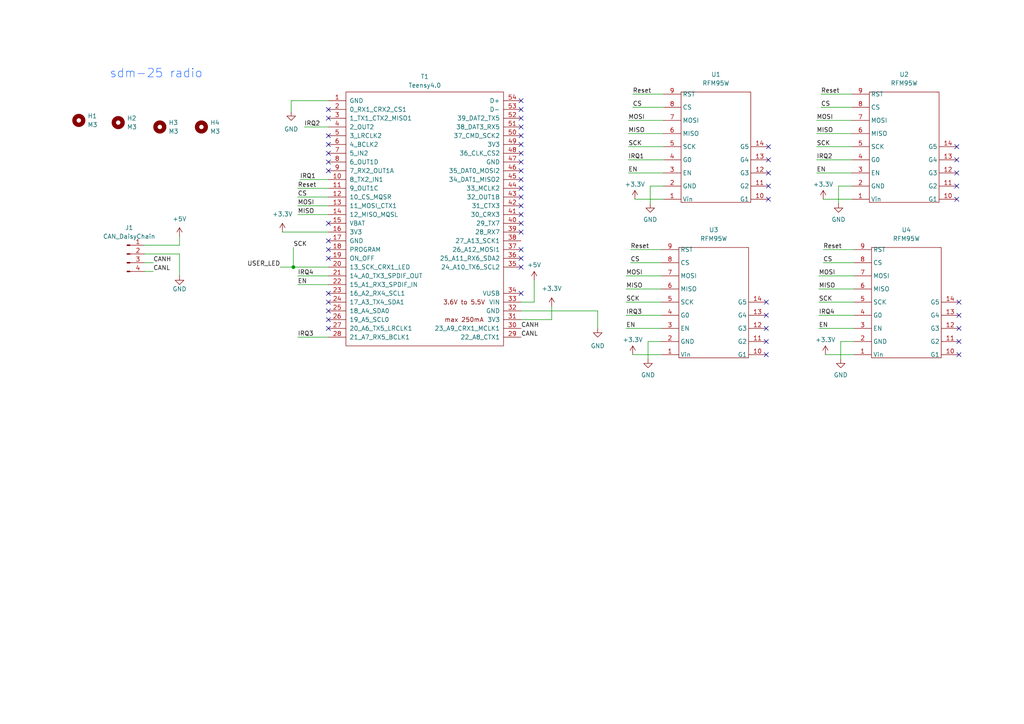
<source format=kicad_sch>
(kicad_sch (version 20250114) (generator "eeschema") (generator_version "9.0")
  (paper "A4")
  (lib_symbols
    (symbol "Connector:Conn_01x04_Pin" (pin_names (offset 1.016) (hide yes))
      (property "Reference" "J" (at 0 5.08 0))
      (property "Value" "Conn_01x04_Pin" (at 0 -7.62 0))
      (symbol "Conn_01x04_Pin_1_1"
        (rectangle (start 0.8636 2.667) (end 0 2.413) (stroke (width 0.1524)) (fill (type outline)))
        (rectangle (start 0.8636 0.127) (end 0 -0.127) (stroke (width 0.1524)) (fill (type outline)))
        (rectangle (start 0.8636 -2.413) (end 0 -2.667) (stroke (width 0.1524)) (fill (type outline)))
        (rectangle (start 0.8636 -4.953) (end 0 -5.207) (stroke (width 0.1524)) (fill (type outline)))
        (polyline (pts (xy 1.27 2.54) (xy 0.8636 2.54)) (stroke (width 0.1524)))
        (polyline (pts (xy 1.27 0) (xy 0.8636 0)) (stroke (width 0.1524)))
        (polyline (pts (xy 1.27 -2.54) (xy 0.8636 -2.54)) (stroke (width 0.1524)))
        (polyline (pts (xy 1.27 -5.08) (xy 0.8636 -5.08)) (stroke (width 0.1524)))
        (pin passive line (at 5.08 2.54 180) (length 3.81) (name "Pin_1") (number "1"))
        (pin passive line (at 5.08 0 180) (length 3.81) (name "Pin_2") (number "2"))
        (pin passive line (at 5.08 -2.54 180) (length 3.81) (name "Pin_3") (number "3"))
        (pin passive line (at 5.08 -5.08 180) (length 3.81) (name "Pin_4") (number "4"))
      )
    )
    (symbol "Mechanical:MountingHole" (pin_names (offset 1.016))
      (property "Reference" "H" (at 0 5.08 0))
      (property "Value" "MountingHole" (at 0 3.175 0))
      (symbol "MountingHole_0_1"
        (circle (center 0 0) (radius 1.27) (stroke (width 1.27)))
      )
    )
    (symbol "RFM69HCW_1"
      (property "Reference" "U" (at 0.1016 17.1704 0))
      (property "Value" "RFM69HCW" (at 0.0508 -18.3896 0))
      (symbol "RFM69HCW_1_0_1"
        (polyline (pts (xy -10.1092 15.8496) (xy -9.7028 15.8496)))
        (polyline (pts (xy -10.1092 15.8496) (xy -10.1092 12.6492) (xy -10.1092 9.5504) (xy -10.1092 6.4516) (xy -10.1092 3.3528) (xy -10.1092 0.4572) (xy -10.1092 -2.54) (xy -10.1092 -5.08) (xy -10.1092 -8.4328) (xy -10.1092 -12.0904) (xy -10.1092 -16.1036)))
        (polyline (pts (xy -10.1092 -16.1544) (xy -9.7028 -16.1544)))
        (polyline (pts (xy -9.7028 15.8496) (xy 9.652 15.8496) (xy 8.636 15.8496)))
        (polyline (pts (xy 9.652 15.8496) (xy 10.1092 15.8496)))
        (polyline (pts (xy 10.1092 -12.0396) (xy 10.1092 -16.1544) (xy -9.7028 -16.1544) (xy -8.5344 -16.1544)))
        (polyline (pts (xy 10.1092 -12.0904) (xy 10.1092 -9.4488) (xy 10.1092 -6.7056) (xy 10.1092 -3.6068) (xy 10.1092 -0.762) (xy 10.1092 8.9408) (xy 10.1092 15.7988)))
      )
      (symbol "RFM69HCW_1_1_1"
        (pin input line (at -15.24 15.24 0) (length 5.08) (name "RST") (number "9"))
        (pin input line (at -15.24 11.43 0) (length 5.08) (name "CS") (number "8"))
        (pin input line (at -15.24 7.62 0) (length 5.08) (name "MOSI") (number "7"))
        (pin output line (at -15.24 3.81 0) (length 5.08) (name "MISO") (number "6"))
        (pin input line (at -15.24 0 0) (length 5.08) (name "SCK") (number "5"))
        (pin output line (at -15.24 -3.81 0) (length 5.08) (name "G0") (number "4"))
        (pin power_in line (at -15.24 -7.62 0) (length 5.08) (name "EN") (number "3"))
        (pin power_in line (at -15.24 -11.43 0) (length 5.08) (name "GND") (number "2"))
        (pin power_in line (at -15.24 -15.24 0) (length 5.08) (name "Vin") (number "1"))
        (pin output line (at 15.24 0 180) (length 5.08) (name "G5") (number "14"))
        (pin output line (at 15.24 -3.81 180) (length 5.08) (name "G4") (number "13"))
        (pin output line (at 15.24 -7.62 180) (length 5.08) (name "G3") (number "12"))
        (pin output line (at 15.24 -11.43 180) (length 5.08) (name "G2") (number "11"))
        (pin output line (at 15.24 -15.24 180) (length 5.08) (name "G1") (number "10"))
      )
    )
    (symbol "power:+3.3V" (power) (pin_names (offset 0))
      (property "Value" "+3.3V" (at 0 3.556 0))
      (symbol "+3.3V_0_1"
        (polyline (pts (xy -0.762 1.27) (xy 0 2.54)))
        (polyline (pts (xy 0 2.54) (xy 0.762 1.27)))
        (polyline (pts (xy 0 0) (xy 0 2.54)))
      )
      (symbol "+3.3V_1_1"
        (pin power_in line (at 0 0 90) (length 0) (hide yes) (name "+3.3V") (number "1"))
      )
    )
    (symbol "power:+5V" (power) (pin_names (offset 0))
      (property "Value" "+5V" (at 0 3.556 0))
      (symbol "+5V_0_1"
        (polyline (pts (xy -0.762 1.27) (xy 0 2.54)))
        (polyline (pts (xy 0 2.54) (xy 0.762 1.27)))
        (polyline (pts (xy 0 0) (xy 0 2.54)))
      )
      (symbol "+5V_1_1"
        (pin power_in line (at 0 0 90) (length 0) (hide yes) (name "+5V") (number "1"))
      )
    )
    (symbol "power:GND" (power) (pin_names (offset 0))
      (property "Value" "GND" (at 0 -3.81 0))
      (symbol "GND_0_1"
        (polyline (pts (xy 0 0) (xy 0 -1.27) (xy 1.27 -1.27) (xy 0 -2.54) (xy -1.27 -1.27) (xy 0 -1.27)))
      )
      (symbol "GND_1_1"
        (pin power_in line (at 0 0 270) (length 0) (hide yes) (name "GND") (number "1"))
      )
    )
    (symbol "teensy library:Teensy4.0" (pin_names (offset 1.016))
      (property "Reference" "U" (at 0 39.37 0))
      (property "Value" "Teensy4.0" (at 0 -39.37 0))
      (symbol "Teensy4.0_0_0"
        (text "3.6V to 5.5V" (at 11.43 -24.13 0) (effects (font (size 1.27 1.27))))
        (text "max 250mA" (at 11.43 -29.21 0) (effects (font (size 1.27 1.27))))
        (pin bidirectional line (at -27.94 24.13 0) (length 5.08) (name "3_LRCLK2") (number "5"))
        (pin bidirectional line (at -27.94 21.59 0) (length 5.08) (name "4_BCLK2") (number "6"))
        (pin bidirectional line (at -27.94 19.05 0) (length 5.08) (name "5_IN2") (number "7"))
        (pin bidirectional line (at -27.94 16.51 0) (length 5.08) (name "6_OUT1D") (number "8"))
        (pin bidirectional line (at -27.94 13.97 0) (length 5.08) (name "7_RX2_OUT1A") (number "9"))
        (pin bidirectional line (at -27.94 11.43 0) (length 5.08) (name "8_TX2_IN1") (number "10"))
        (pin bidirectional line (at -27.94 8.89 0) (length 5.08) (name "9_OUT1C") (number "11"))
        (pin bidirectional line (at -27.94 6.35 0) (length 5.08) (name "10_CS_MQSR") (number "12"))
        (pin bidirectional line (at -27.94 3.81 0) (length 5.08) (name "11_MOSI_CTX1") (number "13"))
        (pin bidirectional line (at -27.94 1.27 0) (length 5.08) (name "12_MISO_MQSL") (number "14"))
        (pin power_in line (at -27.94 -1.27 0) (length 5.08) (name "VBAT") (number "15"))
        (pin power_in line (at -27.94 -3.81 0) (length 5.08) (name "3V3") (number "16"))
        (pin power_in line (at -27.94 -6.35 0) (length 5.08) (name "GND") (number "17"))
        (pin input line (at -27.94 -8.89 0) (length 5.08) (name "PROGRAM") (number "18"))
        (pin input line (at -27.94 -11.43 0) (length 5.08) (name "ON_OFF") (number "19"))
        (pin bidirectional line (at -27.94 -13.97 0) (length 5.08) (name "13_SCK_CRX1_LED") (number "20"))
        (pin bidirectional line (at -27.94 -16.51 0) (length 5.08) (name "14_A0_TX3_SPDIF_OUT") (number "21"))
        (pin bidirectional line (at -27.94 -19.05 0) (length 5.08) (name "15_A1_RX3_SPDIF_IN") (number "22"))
        (pin bidirectional line (at -27.94 -21.59 0) (length 5.08) (name "16_A2_RX4_SCL1") (number "23"))
        (pin bidirectional line (at -27.94 -24.13 0) (length 5.08) (name "17_A3_TX4_SDA1") (number "24"))
        (pin bidirectional line (at -27.94 -26.67 0) (length 5.08) (name "18_A4_SDA0") (number "25"))
        (pin bidirectional line (at -27.94 -29.21 0) (length 5.08) (name "19_A5_SCL0") (number "26"))
        (pin bidirectional line (at -27.94 -31.75 0) (length 5.08) (name "20_A6_TX5_LRCLK1") (number "27"))
        (pin bidirectional line (at -27.94 -34.29 0) (length 5.08) (name "21_A7_RX5_BCLK1") (number "28"))
        (pin bidirectional line (at 27.94 34.29 180) (length 5.08) (name "D+") (number "54"))
        (pin bidirectional line (at 27.94 31.75 180) (length 5.08) (name "D-") (number "53"))
        (pin bidirectional line (at 27.94 29.21 180) (length 5.08) (name "39_DAT2_TX5") (number "52"))
        (pin bidirectional line (at 27.94 26.67 180) (length 5.08) (name "38_DAT3_RX5") (number "51"))
        (pin bidirectional line (at 27.94 24.13 180) (length 5.08) (name "37_CMD_SCK2") (number "50"))
        (pin power_out line (at 27.94 21.59 180) (length 5.08) (name "3V3") (number "49"))
        (pin bidirectional line (at 27.94 19.05 180) (length 5.08) (name "36_CLK_CS2") (number "48"))
        (pin power_out line (at 27.94 16.51 180) (length 5.08) (name "GND") (number "47"))
        (pin bidirectional line (at 27.94 13.97 180) (length 5.08) (name "35_DAT0_MOSI2") (number "46"))
        (pin bidirectional line (at 27.94 11.43 180) (length 5.08) (name "34_DAT1_MISO2") (number "45"))
        (pin bidirectional line (at 27.94 8.89 180) (length 5.08) (name "33_MCLK2") (number "44"))
        (pin bidirectional line (at 27.94 6.35 180) (length 5.08) (name "32_OUT1B") (number "43"))
        (pin bidirectional line (at 27.94 3.81 180) (length 5.08) (name "31_CTX3") (number "42"))
        (pin bidirectional line (at 27.94 1.27 180) (length 5.08) (name "30_CRX3") (number "41"))
        (pin bidirectional line (at 27.94 -1.27 180) (length 5.08) (name "29_TX7") (number "40"))
        (pin bidirectional line (at 27.94 -3.81 180) (length 5.08) (name "28_RX7") (number "39"))
        (pin bidirectional line (at 27.94 -6.35 180) (length 5.08) (name "27_A13_SCK1") (number "38"))
        (pin bidirectional line (at 27.94 -8.89 180) (length 5.08) (name "26_A12_MOSI1") (number "37"))
        (pin bidirectional line (at 27.94 -11.43 180) (length 5.08) (name "25_A11_RX6_SDA2") (number "36"))
        (pin bidirectional line (at 27.94 -13.97 180) (length 5.08) (name "24_A10_TX6_SCL2") (number "35"))
        (pin power_out line (at 27.94 -21.59 180) (length 5.08) (name "VUSB") (number "34"))
        (pin power_in line (at 27.94 -24.13 180) (length 5.08) (name "VIN") (number "33"))
        (pin power_in line (at 27.94 -26.67 180) (length 5.08) (name "GND") (number "32"))
        (pin power_out line (at 27.94 -29.21 180) (length 5.08) (name "3V3") (number "31"))
        (pin bidirectional line (at 27.94 -31.75 180) (length 5.08) (name "23_A9_CRX1_MCLK1") (number "30"))
        (pin bidirectional line (at 27.94 -34.29 180) (length 5.08) (name "22_A8_CTX1") (number "29"))
      )
      (symbol "Teensy4.0_0_1"
        (rectangle (start -22.86 36.83) (end 22.86 -36.83))
        (rectangle (start -20.32 -31.75) (end -20.32 -31.75))
      )
      (symbol "Teensy4.0_1_1"
        (pin power_in line (at -27.94 34.29 0) (length 5.08) (name "GND") (number "1"))
        (pin bidirectional line (at -27.94 31.75 0) (length 5.08) (name "0_RX1_CRX2_CS1") (number "2"))
        (pin bidirectional line (at -27.94 29.21 0) (length 5.08) (name "1_TX1_CTX2_MISO1") (number "3"))
        (pin bidirectional line (at -27.94 26.67 0) (length 5.08) (name "2_OUT2") (number "4"))
      )
    )
  )
  (text "sdm-25 radio" (at 31.75 22.86 0) (effects (font (size 2.5 2.5)) (justify left bottom)))
  (junction (at 85.09 77.47))
  (no_connect (at 222.25 87.63))
  (no_connect (at 151.13 77.47))
  (no_connect (at 222.25 91.44))
  (no_connect (at 95.25 39.37))
  (no_connect (at 95.25 34.29))
  (no_connect (at 151.13 31.75))
  (no_connect (at 151.13 39.37))
  (no_connect (at 277.495 53.975))
  (no_connect (at 278.13 87.63))
  (no_connect (at 277.495 42.545))
  (no_connect (at 151.13 29.21))
  (no_connect (at 151.13 72.39))
  (no_connect (at 222.885 50.165))
  (no_connect (at 95.25 72.39))
  (no_connect (at 151.13 62.23))
  (no_connect (at 277.495 50.165))
  (no_connect (at 151.13 46.99))
  (no_connect (at 222.885 46.355))
  (no_connect (at 95.25 46.99))
  (no_connect (at 95.25 74.93))
  (no_connect (at 278.13 99.06))
  (no_connect (at 277.495 57.785))
  (no_connect (at 95.25 87.63))
  (no_connect (at 277.495 46.355))
  (no_connect (at 95.25 90.17))
  (no_connect (at 222.25 95.25))
  (no_connect (at 151.13 49.53))
  (no_connect (at 95.25 92.71))
  (no_connect (at 278.13 102.87))
  (no_connect (at 95.25 31.75))
  (no_connect (at 95.25 69.85))
  (no_connect (at 95.25 44.45))
  (no_connect (at 222.885 57.785))
  (no_connect (at 151.13 85.09))
  (no_connect (at 151.13 36.83))
  (no_connect (at 222.885 53.975))
  (no_connect (at 151.13 64.77))
  (no_connect (at 222.885 42.545))
  (no_connect (at 95.25 49.53))
  (no_connect (at 151.13 34.29))
  (no_connect (at 151.13 59.69))
  (no_connect (at 151.13 67.31))
  (no_connect (at 95.25 85.09))
  (no_connect (at 95.25 95.25))
  (no_connect (at 151.13 41.91))
  (no_connect (at 151.13 52.07))
  (no_connect (at 95.25 41.91))
  (no_connect (at 151.13 74.93))
  (no_connect (at 278.13 95.25))
  (no_connect (at 151.13 54.61))
  (no_connect (at 95.25 64.77))
  (no_connect (at 151.13 57.15))
  (no_connect (at 222.25 99.06))
  (no_connect (at 222.25 102.87))
  (no_connect (at 151.13 44.45))
  (no_connect (at 278.13 91.44))
  (wire (pts (xy 151.13 87.63) (xy 154.94 87.63)))
  (wire (pts (xy 238.125 27.305) (xy 247.015 27.305)))
  (wire (pts (xy 88.265 36.83) (xy 95.25 36.83)))
  (wire (pts (xy 182.245 42.545) (xy 192.405 42.545)))
  (wire (pts (xy 192.405 53.975) (xy 188.595 53.975)))
  (wire (pts (xy 160.02 92.71) (xy 160.02 88.9)))
  (wire (pts (xy 238.76 76.2) (xy 247.65 76.2)))
  (wire (pts (xy 182.245 38.735) (xy 192.405 38.735)))
  (wire (pts (xy 181.61 91.44) (xy 191.77 91.44)))
  (wire (pts (xy 86.36 57.15) (xy 95.25 57.15)))
  (wire (pts (xy 41.91 78.74) (xy 44.45 78.74)))
  (wire (pts (xy 151.13 90.17) (xy 173.355 90.17)))
  (wire (pts (xy 236.855 50.165) (xy 247.015 50.165)))
  (wire (pts (xy 81.915 67.31) (xy 95.25 67.31)))
  (wire (pts (xy 52.07 71.12) (xy 41.91 71.12)))
  (wire (pts (xy 247.015 53.975) (xy 243.205 53.975)))
  (wire (pts (xy 182.245 46.355) (xy 192.405 46.355)))
  (wire (pts (xy 183.515 27.305) (xy 192.405 27.305)))
  (wire (pts (xy 41.91 76.2) (xy 44.45 76.2)))
  (wire (pts (xy 237.49 95.25) (xy 247.65 95.25)))
  (wire (pts (xy 86.36 62.23) (xy 95.25 62.23)))
  (wire (pts (xy 52.07 80.01) (xy 52.07 73.66)))
  (wire (pts (xy 236.855 38.735) (xy 247.015 38.735)))
  (wire (pts (xy 182.245 50.165) (xy 192.405 50.165)))
  (wire (pts (xy 237.49 87.63) (xy 247.65 87.63)))
  (wire (pts (xy 239.395 102.87) (xy 247.65 102.87)))
  (wire (pts (xy 187.96 99.06) (xy 187.96 104.14)))
  (wire (pts (xy 86.36 80.01) (xy 95.25 80.01)))
  (wire (pts (xy 86.36 82.55) (xy 95.25 82.55)))
  (wire (pts (xy 182.245 34.925) (xy 192.405 34.925)))
  (wire (pts (xy 182.88 76.2) (xy 191.77 76.2)))
  (wire (pts (xy 237.49 83.82) (xy 247.65 83.82)))
  (wire (pts (xy 243.205 53.975) (xy 243.205 59.055)))
  (wire (pts (xy 247.65 99.06) (xy 243.84 99.06)))
  (wire (pts (xy 237.49 80.01) (xy 247.65 80.01)))
  (wire (pts (xy 86.36 97.79) (xy 95.25 97.79)))
  (wire (pts (xy 85.09 71.755) (xy 85.09 77.47)))
  (wire (pts (xy 86.36 59.69) (xy 95.25 59.69)))
  (wire (pts (xy 86.36 54.61) (xy 95.25 54.61)))
  (wire (pts (xy 181.61 83.82) (xy 191.77 83.82)))
  (wire (pts (xy 191.77 99.06) (xy 187.96 99.06)))
  (wire (pts (xy 238.125 31.115) (xy 247.015 31.115)))
  (wire (pts (xy 188.595 53.975) (xy 188.595 59.055)))
  (wire (pts (xy 182.88 72.39) (xy 191.77 72.39)))
  (wire (pts (xy 243.84 99.06) (xy 243.84 104.14)))
  (wire (pts (xy 84.455 32.385) (xy 84.455 29.21)))
  (wire (pts (xy 52.07 68.58) (xy 52.07 71.12)))
  (wire (pts (xy 238.76 57.785) (xy 247.015 57.785)))
  (wire (pts (xy 237.49 91.44) (xy 247.65 91.44)))
  (wire (pts (xy 154.94 87.63) (xy 154.94 81.28)))
  (wire (pts (xy 173.355 90.17) (xy 173.355 95.25)))
  (wire (pts (xy 84.455 29.21) (xy 95.25 29.21)))
  (wire (pts (xy 85.09 77.47) (xy 95.25 77.47)))
  (wire (pts (xy 181.61 95.25) (xy 191.77 95.25)))
  (wire (pts (xy 52.07 73.66) (xy 41.91 73.66)))
  (wire (pts (xy 184.15 57.785) (xy 192.405 57.785)))
  (wire (pts (xy 81.28 77.47) (xy 85.09 77.47)))
  (wire (pts (xy 183.515 102.87) (xy 191.77 102.87)))
  (wire (pts (xy 181.61 80.01) (xy 191.77 80.01)))
  (wire (pts (xy 183.515 31.115) (xy 192.405 31.115)))
  (wire (pts (xy 181.61 87.63) (xy 191.77 87.63)))
  (wire (pts (xy 238.76 72.39) (xy 247.65 72.39)))
  (wire (pts (xy 236.855 34.925) (xy 247.015 34.925)))
  (wire (pts (xy 151.13 92.71) (xy 160.02 92.71)))
  (wire (pts (xy 86.995 52.07) (xy 95.25 52.07)))
  (wire (pts (xy 236.855 46.355) (xy 247.015 46.355)))
  (wire (pts (xy 236.855 42.545) (xy 247.015 42.545)))
  (label "MISO" (at 182.245 38.735 0))
  (label "CS" (at 86.36 57.15 0))
  (label "Reset" (at 182.88 72.39 0))
  (label "IRQ1" (at 86.995 52.07 0))
  (label "EN" (at 236.855 50.165 0))
  (label "CS" (at 183.515 31.115 0))
  (label "EN" (at 181.61 95.25 0))
  (label "CS" (at 238.125 31.115 0))
  (label "IRQ4" (at 86.36 80.01 0))
  (label "IRQ1" (at 182.245 46.355 0))
  (label "MOSI" (at 181.61 80.01 0))
  (label "EN" (at 86.36 82.55 0))
  (label "EN" (at 237.49 95.25 0))
  (label "SCK" (at 85.09 71.755 0))
  (label "IRQ3" (at 86.36 97.79 0))
  (label "IRQ2" (at 236.855 46.355 0))
  (label "IRQ4" (at 237.49 91.44 0))
  (label "SCK" (at 181.61 87.63 0))
  (label "Reset" (at 238.76 72.39 0))
  (label "Reset" (at 86.36 54.61 0))
  (label "Reset" (at 238.125 27.305 0))
  (label "MOSI" (at 182.245 34.925 0))
  (label "MOSI" (at 236.855 34.925 0))
  (label "MISO" (at 236.855 38.735 0))
  (label "CANL" (at 151.13 97.79 0))
  (label "CS" (at 238.76 76.2 0))
  (label "CANL" (at 44.45 78.74 0))
  (label "SCK" (at 237.49 87.63 0))
  (label "CANH" (at 44.45 76.2 0))
  (label "MISO" (at 86.36 62.23 0))
  (label "EN" (at 182.245 50.165 0))
  (label "CS" (at 182.88 76.2 0))
  (label "CANH" (at 151.13 95.25 0))
  (label "SCK" (at 182.245 42.545 0))
  (label "USER_LED" (at 81.28 77.47 180))
  (label "MISO" (at 237.49 83.82 0))
  (label "IRQ3" (at 181.61 91.44 0))
  (label "MOSI" (at 86.36 59.69 0))
  (label "SCK" (at 236.855 42.545 0))
  (label "IRQ2" (at 88.265 36.83 0))
  (label "Reset" (at 183.515 27.305 0))
  (label "MISO" (at 181.61 83.82 0))
  (label "MOSI" (at 237.49 80.01 0))
  (symbol (lib_id "power:+3.3V") (at 238.76 57.785 0) (unit 1)
    (property "Reference" "#PWR017" (effects (hide yes)))
    (property "Value" "+3.3V" (at 238.76 53.467 0))
  )
  (symbol (lib_id "power:+3.3V") (at 160.02 88.9 0) (unit 1)
    (property "Reference" "#PWR011" (effects (hide yes)))
    (property "Value" "+3.3V" (at 160.02 83.693 0))
  )
  (symbol (lib_id "power:GND") (at 84.455 32.385 0) (unit 1)
    (property "Reference" "#PWR08" (effects (hide yes)))
    (property "Value" "GND" (at 84.455 37.465 0))
  )
  (symbol (lib_id "Mechanical:MountingHole") (at 34.29 35.56 0) (unit 1)
    (property "Reference" "H2" (at 36.83 34.29 0) (effects (justify left)))
    (property "Value" "M3" (at 36.83 36.83 0) (effects (justify left)))
    (property "Footprint" "MountingHole:MountingHole_3.2mm_M3" (effects (hide yes)))
  )
  (symbol (lib_id "power:+3.3V") (at 239.395 102.87 0) (unit 1)
    (property "Reference" "#PWR021" (effects (hide yes)))
    (property "Value" "+3.3V" (at 239.395 98.552 0))
  )
  (symbol (lib_id "power:+3.3V") (at 184.15 57.785 0) (unit 1)
    (property "Reference" "#PWR013" (effects (hide yes)))
    (property "Value" "+3.3V" (at 184.15 53.467 0))
  )
  (symbol (lib_id "power:GND") (at 188.595 59.055 0) (unit 1)
    (property "Reference" "#PWR015" (effects (hide yes)))
    (property "Value" "GND" (at 188.595 63.6778 0))
  )
  (symbol (lib_id "power:GND") (at 173.355 95.25 0) (unit 1)
    (property "Reference" "#PWR012" (effects (hide yes)))
    (property "Value" "GND" (at 173.355 100.33 0))
  )
  (symbol (lib_name "RFM69HCW_1") (lib_id "Radio:RFM69HCW") (at 262.89 87.63 0) (unit 1)
    (property "Reference" "U4" (at 262.89 66.675 0))
    (property "Value" "RFM95W" (at 262.89 69.215 0))
    (property "Footprint" "Radio:RFM95W" (effects (hide yes)))
  )
  (symbol (lib_id "power:+5V") (at 154.94 81.28 0) (unit 1)
    (property "Reference" "#PWR010" (effects (hide yes)))
    (property "Value" "+5V" (at 154.94 76.835 0))
  )
  (symbol (lib_id "Connector:Conn_01x04_Pin") (at 36.83 73.66 0) (unit 1)
    (property "Reference" "J1" (at 37.465 66.04 0))
    (property "Value" "CAN_DaisyChain" (at 37.465 68.58 0))
    (property "Footprint" "Connector_JST:JST_XH_B4B-XH-AM_1x04_P2.50mm_Vertical" (effects (hide yes)))
  )
  (symbol (lib_name "RFM69HCW_1") (lib_id "Radio:RFM69HCW") (at 262.255 42.545 0) (unit 1)
    (property "Reference" "U2" (at 262.255 21.59 0))
    (property "Value" "RFM95W" (at 262.255 24.13 0))
    (property "Footprint" "Radio:RFM95W" (effects (hide yes)))
  )
  (symbol (lib_name "RFM69HCW_1") (lib_id "Radio:RFM69HCW") (at 207.645 42.545 0) (unit 1)
    (property "Reference" "U1" (at 207.645 21.59 0))
    (property "Value" "RFM95W" (at 207.645 24.13 0))
    (property "Footprint" "Radio:RFM95W" (effects (hide yes)))
  )
  (symbol (lib_id "power:+3.3V") (at 81.915 67.31 0) (unit 1)
    (property "Reference" "#PWR023" (effects (hide yes)))
    (property "Value" "+3.3V" (at 81.915 62.103 0))
  )
  (symbol (lib_id "Mechanical:MountingHole") (at 22.86 34.925 0) (unit 1)
    (property "Reference" "H1" (at 25.4 33.655 0) (effects (justify left)))
    (property "Value" "M3" (at 25.4 36.195 0) (effects (justify left)))
    (property "Footprint" "MountingHole:MountingHole_3.2mm_M3" (effects (hide yes)))
  )
  (symbol (lib_id "power:+5V") (at 52.07 68.58 0) (unit 1)
    (property "Reference" "#PWR04" (effects (hide yes)))
    (property "Value" "+5V" (at 52.07 63.5 0))
  )
  (symbol (lib_id "power:+3.3V") (at 183.515 102.87 0) (unit 1)
    (property "Reference" "#PWR019" (effects (hide yes)))
    (property "Value" "+3.3V" (at 183.515 98.552 0))
  )
  (symbol (lib_name "RFM69HCW_1") (lib_id "Radio:RFM69HCW") (at 207.01 87.63 0) (unit 1)
    (property "Reference" "U3" (at 207.01 66.675 0))
    (property "Value" "RFM95W" (at 207.01 69.215 0))
    (property "Footprint" "Radio:RFM95W" (effects (hide yes)))
  )
  (symbol (lib_id "teensy library:Teensy4.0") (at 123.19 63.5 0) (unit 1)
    (property "Reference" "T1" (at 123.19 22.225 0))
    (property "Value" "Teensy4.0" (at 123.19 24.765 0))
    (property "Footprint" "Teensy:Teensy40" (effects (hide yes)))
  )
  (symbol (lib_id "power:GND") (at 52.07 80.01 0) (unit 1)
    (property "Reference" "#PWR05" (effects (hide yes)))
    (property "Value" "GND" (at 52.07 83.82 0))
  )
  (symbol (lib_id "Mechanical:MountingHole") (at 46.355 36.83 0) (unit 1)
    (property "Reference" "H3" (at 48.895 35.56 0) (effects (justify left)))
    (property "Value" "M3" (at 48.895 38.1 0) (effects (justify left)))
    (property "Footprint" "MountingHole:MountingHole_3.2mm_M3" (effects (hide yes)))
  )
  (symbol (lib_id "power:GND") (at 243.84 104.14 0) (unit 1)
    (property "Reference" "#PWR022" (effects (hide yes)))
    (property "Value" "GND" (at 243.84 108.7628 0))
  )
  (symbol (lib_id "power:GND") (at 243.205 59.055 0) (unit 1)
    (property "Reference" "#PWR018" (effects (hide yes)))
    (property "Value" "GND" (at 243.205 63.6778 0))
  )
  (symbol (lib_id "power:GND") (at 187.96 104.14 0) (unit 1)
    (property "Reference" "#PWR020" (effects (hide yes)))
    (property "Value" "GND" (at 187.96 108.7628 0))
  )
  (symbol (lib_id "Mechanical:MountingHole") (at 58.42 36.83 0) (unit 1)
    (property "Reference" "H4" (at 60.96 35.56 0) (effects (justify left)))
    (property "Value" "M3" (at 60.96 38.1 0) (effects (justify left)))
    (property "Footprint" "MountingHole:MountingHole_3.2mm_M3" (effects (hide yes)))
  )
)
</source>
